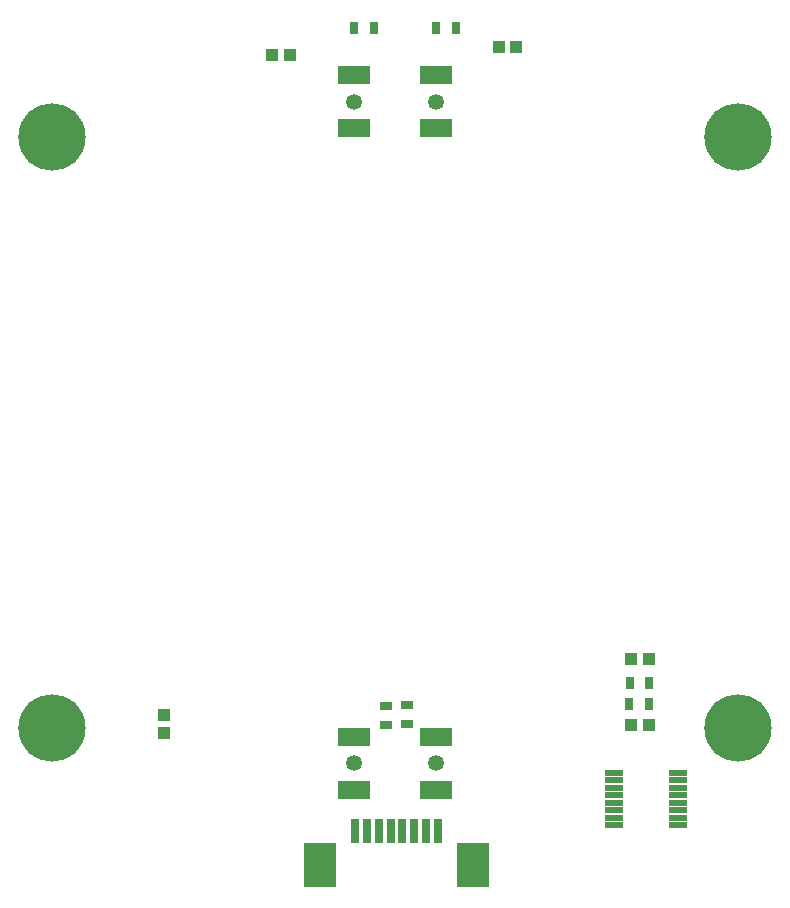
<source format=gts>
G04*
G04 #@! TF.GenerationSoftware,Altium Limited,Altium Designer,21.4.1 (30)*
G04*
G04 Layer_Color=8388736*
%FSLAX25Y25*%
%MOIN*%
G70*
G04*
G04 #@! TF.SameCoordinates,CAD9CCDC-5C06-4C5A-A707-2981277BA2D7*
G04*
G04*
G04 #@! TF.FilePolarity,Negative*
G04*
G01*
G75*
%ADD25R,0.06109X0.02000*%
%ADD26R,0.02802X0.08274*%
%ADD27R,0.10951X0.14573*%
%ADD28R,0.04337X0.04337*%
%ADD29R,0.10636X0.06306*%
%ADD30R,0.03943X0.03156*%
%ADD31R,0.03156X0.03943*%
%ADD32R,0.04337X0.04337*%
%ADD33C,0.22428*%
%ADD34C,0.05321*%
D25*
X72900Y-113400D02*
D03*
Y-115900D02*
D03*
Y-118400D02*
D03*
Y-120900D02*
D03*
Y-123400D02*
D03*
Y-125900D02*
D03*
Y-128400D02*
D03*
Y-130900D02*
D03*
X94357Y-113400D02*
D03*
Y-115900D02*
D03*
Y-118400D02*
D03*
Y-120900D02*
D03*
Y-123400D02*
D03*
Y-125900D02*
D03*
Y-128400D02*
D03*
Y-130900D02*
D03*
D26*
X-13331Y-132976D02*
D03*
X-9394D02*
D03*
X-5457D02*
D03*
X-1520D02*
D03*
X2417D02*
D03*
X6354D02*
D03*
X10291D02*
D03*
X14228D02*
D03*
D27*
X-25102Y-144000D02*
D03*
X26000D02*
D03*
D28*
X84500Y-97500D02*
D03*
X78776D02*
D03*
X40362Y128600D02*
D03*
X34638D02*
D03*
X78776Y-75500D02*
D03*
X84500D02*
D03*
X-40862Y126000D02*
D03*
X-35138D02*
D03*
D29*
X-13780Y-119095D02*
D03*
Y-101378D02*
D03*
X13780Y-119095D02*
D03*
Y-101378D02*
D03*
Y101378D02*
D03*
Y119095D02*
D03*
X-13780Y101378D02*
D03*
Y119095D02*
D03*
D30*
X-3000Y-91000D02*
D03*
Y-97512D02*
D03*
X4000Y-90744D02*
D03*
Y-97256D02*
D03*
D31*
X-13612Y134700D02*
D03*
X-7100D02*
D03*
X13744Y135000D02*
D03*
X20256D02*
D03*
X84500Y-90500D02*
D03*
X77988D02*
D03*
X78244Y-83500D02*
D03*
X84756D02*
D03*
D32*
X-77000Y-100000D02*
D03*
Y-94276D02*
D03*
D33*
X-114200Y-98400D02*
D03*
X114200D02*
D03*
Y98400D02*
D03*
X-114200D02*
D03*
D34*
X-13780Y-110236D02*
D03*
X13780D02*
D03*
Y110236D02*
D03*
X-13780D02*
D03*
M02*

</source>
